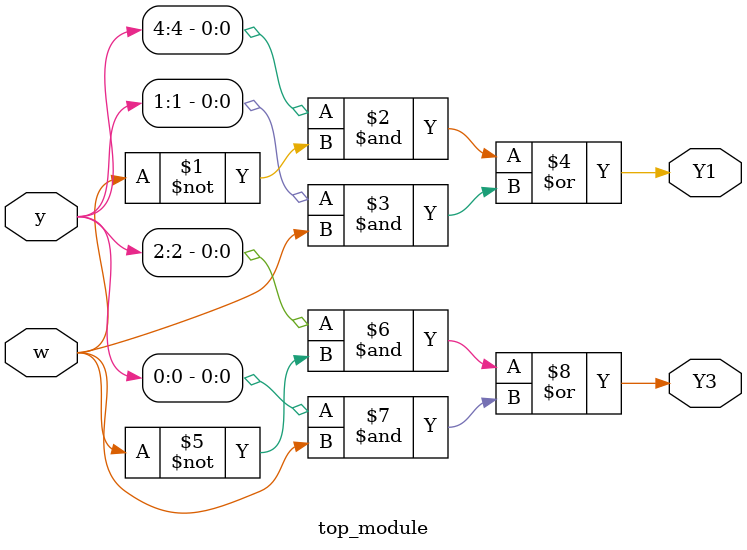
<source format=sv>
module top_module (
	input [5:0] y,
	input w,
	output Y1,
	output Y3
);
	
	// flip-flop Y1
	assign Y1 = (y[4] & ~w) | (y[1] & w);

	// flip-flop Y3
	assign Y3 = (y[2] & ~w) | (y[0] & w);

endmodule

</source>
